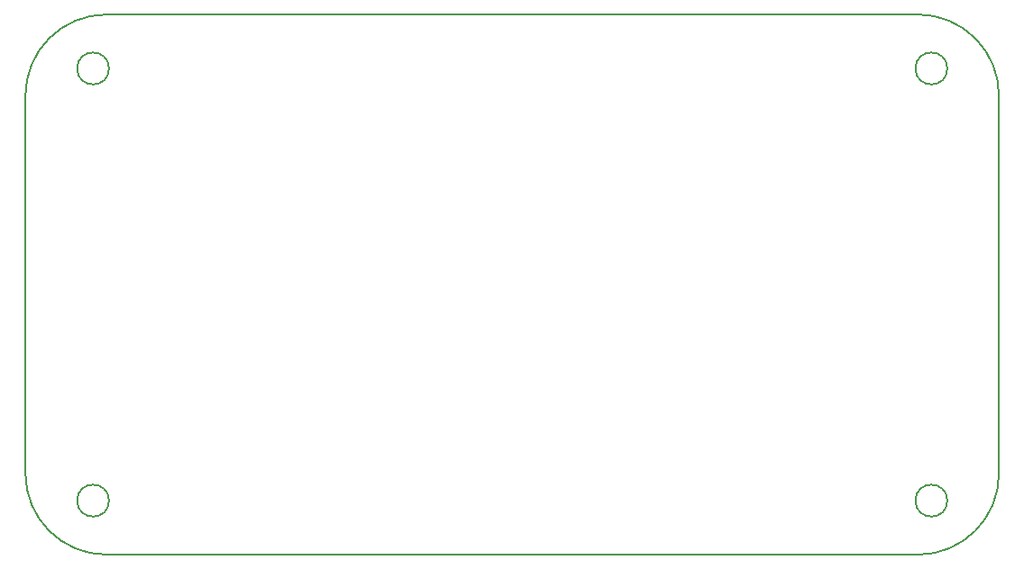
<source format=gbr>
G04 #@! TF.GenerationSoftware,KiCad,Pcbnew,5.0.2+dfsg1-1~bpo9+1*
G04 #@! TF.CreationDate,2022-11-14T20:46:36+01:00*
G04 #@! TF.ProjectId,breadpcb1,62726561-6470-4636-9231-2e6b69636164,rev?*
G04 #@! TF.SameCoordinates,Original*
G04 #@! TF.FileFunction,Profile,NP*
%FSLAX46Y46*%
G04 Gerber Fmt 4.6, Leading zero omitted, Abs format (unit mm)*
G04 Created by KiCad (PCBNEW 5.0.2+dfsg1-1~bpo9+1) date Mo 14 Nov 2022 20:46:36 CET*
%MOMM*%
%LPD*%
G01*
G04 APERTURE LIST*
%ADD10C,0.150000*%
%ADD11C,0.200000*%
G04 APERTURE END LIST*
D10*
X179300000Y-104140000D02*
G75*
G03X179300000Y-104140000I-1500000J0D01*
G01*
X179300000Y-63500000D02*
G75*
G03X179300000Y-63500000I-1500000J0D01*
G01*
X100560000Y-63500000D02*
G75*
G03X100560000Y-63500000I-1500000J0D01*
G01*
X100560000Y-104140000D02*
G75*
G03X100560000Y-104140000I-1500000J0D01*
G01*
X100330000Y-109220000D02*
G75*
G02X92710000Y-101600000I0J7620000D01*
G01*
X184150000Y-101600000D02*
G75*
G02X176530000Y-109220000I-7620000J0D01*
G01*
X176530000Y-58420000D02*
G75*
G02X184150000Y-66040000I0J-7620000D01*
G01*
D11*
X92710000Y-66040000D02*
G75*
G02X100330000Y-58420000I7620000J0D01*
G01*
D10*
X92710000Y-101600000D02*
X92710000Y-66040000D01*
X176530000Y-109220000D02*
X100330000Y-109220000D01*
X184150000Y-66040000D02*
X184150000Y-101600000D01*
X100330000Y-58420000D02*
X176530000Y-58420000D01*
M02*

</source>
